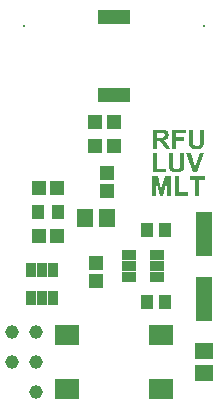
<source format=gts>
G04*
G04 #@! TF.GenerationSoftware,Altium Limited,Altium Designer,19.0.10 (269)*
G04*
G04 Layer_Color=8388736*
%FSLAX25Y25*%
%MOIN*%
G70*
G01*
G75*
%ADD28R,0.10800X0.04800*%
%ADD29R,0.04343X0.04737*%
%ADD30R,0.05328X0.06115*%
%ADD31R,0.04537X0.04537*%
%ADD32R,0.07887X0.07099*%
%ADD33R,0.03359X0.05131*%
%ADD34C,0.04537*%
%ADD35R,0.05524X0.14580*%
%ADD36R,0.05131X0.03359*%
%ADD37R,0.04537X0.04537*%
%ADD38R,0.06115X0.05328*%
%ADD39C,0.00800*%
G36*
X70003Y92126D02*
Y92121D01*
Y92115D01*
Y92098D01*
Y92076D01*
Y92015D01*
Y91938D01*
X69997Y91843D01*
Y91738D01*
X69991Y91616D01*
Y91488D01*
X69986Y91355D01*
X69975Y91222D01*
X69958Y90950D01*
X69947Y90822D01*
X69930Y90700D01*
X69914Y90595D01*
X69897Y90495D01*
Y90489D01*
X69892Y90472D01*
X69886Y90450D01*
X69875Y90417D01*
X69864Y90378D01*
X69847Y90328D01*
X69831Y90278D01*
X69808Y90217D01*
X69758Y90095D01*
X69686Y89956D01*
X69609Y89823D01*
X69509Y89695D01*
X69503Y89690D01*
X69498Y89679D01*
X69481Y89662D01*
X69459Y89640D01*
X69431Y89612D01*
X69392Y89584D01*
X69353Y89546D01*
X69309Y89507D01*
X69198Y89423D01*
X69070Y89335D01*
X68920Y89251D01*
X68754Y89174D01*
X68748D01*
X68732Y89168D01*
X68704Y89157D01*
X68671Y89146D01*
X68621Y89129D01*
X68565Y89113D01*
X68499Y89096D01*
X68426Y89079D01*
X68343Y89057D01*
X68249Y89040D01*
X68149Y89024D01*
X68038Y89013D01*
X67921Y88996D01*
X67799Y88990D01*
X67666Y88979D01*
X67439D01*
X67377Y88985D01*
X67300D01*
X67211Y88990D01*
X67117Y88996D01*
X67011Y89007D01*
X66900Y89018D01*
X66784Y89029D01*
X66556Y89068D01*
X66439Y89090D01*
X66334Y89118D01*
X66229Y89152D01*
X66134Y89190D01*
X66129D01*
X66112Y89201D01*
X66090Y89213D01*
X66057Y89229D01*
X66018Y89251D01*
X65973Y89274D01*
X65862Y89340D01*
X65746Y89418D01*
X65618Y89512D01*
X65496Y89618D01*
X65385Y89740D01*
X65379Y89745D01*
X65374Y89756D01*
X65357Y89773D01*
X65341Y89801D01*
X65318Y89829D01*
X65296Y89867D01*
X65241Y89956D01*
X65180Y90062D01*
X65119Y90184D01*
X65063Y90311D01*
X65024Y90450D01*
Y90456D01*
X65019Y90478D01*
X65013Y90506D01*
X65008Y90556D01*
X64996Y90611D01*
X64985Y90683D01*
X64974Y90761D01*
X64963Y90861D01*
X64952Y90966D01*
X64941Y91088D01*
X64930Y91222D01*
X64919Y91366D01*
X64913Y91521D01*
X64908Y91693D01*
X64902Y91877D01*
Y92071D01*
Y95490D01*
X66195D01*
Y92021D01*
Y92010D01*
Y91988D01*
Y91943D01*
Y91888D01*
Y91821D01*
Y91749D01*
X66201Y91666D01*
Y91577D01*
X66206Y91394D01*
X66212Y91222D01*
X66217Y91138D01*
X66223Y91066D01*
X66234Y91000D01*
X66240Y90950D01*
Y90944D01*
X66245Y90933D01*
X66251Y90911D01*
X66256Y90883D01*
X66267Y90850D01*
X66284Y90811D01*
X66323Y90722D01*
X66373Y90622D01*
X66439Y90517D01*
X66528Y90411D01*
X66634Y90317D01*
X66639D01*
X66650Y90306D01*
X66667Y90295D01*
X66689Y90278D01*
X66723Y90262D01*
X66761Y90245D01*
X66806Y90223D01*
X66856Y90200D01*
X66917Y90178D01*
X66978Y90156D01*
X67050Y90139D01*
X67128Y90123D01*
X67205Y90106D01*
X67294Y90095D01*
X67388Y90089D01*
X67488Y90084D01*
X67538D01*
X67577Y90089D01*
X67627D01*
X67677Y90095D01*
X67733Y90101D01*
X67799Y90112D01*
X67932Y90139D01*
X68071Y90178D01*
X68199Y90234D01*
X68260Y90267D01*
X68315Y90306D01*
X68321Y90311D01*
X68326Y90317D01*
X68360Y90345D01*
X68404Y90395D01*
X68460Y90461D01*
X68521Y90539D01*
X68571Y90639D01*
X68621Y90744D01*
X68648Y90861D01*
Y90866D01*
X68654Y90877D01*
Y90894D01*
X68660Y90922D01*
X68665Y90961D01*
X68671Y91005D01*
X68676Y91055D01*
X68682Y91122D01*
X68687Y91188D01*
X68693Y91272D01*
Y91360D01*
X68698Y91455D01*
X68704Y91566D01*
X68709Y91682D01*
Y91804D01*
Y91943D01*
Y95490D01*
X70003D01*
Y92126D01*
D02*
G37*
G36*
X63842Y94407D02*
X60745D01*
Y92892D01*
X63420D01*
Y91810D01*
X60745D01*
Y89090D01*
X59452D01*
Y95490D01*
X63842D01*
Y94407D01*
D02*
G37*
G36*
X55967Y95484D02*
X56061Y95478D01*
X56166Y95473D01*
X56283Y95467D01*
X56527Y95445D01*
X56777Y95417D01*
X56893Y95395D01*
X57004Y95373D01*
X57110Y95345D01*
X57204Y95312D01*
X57210D01*
X57227Y95306D01*
X57249Y95295D01*
X57282Y95279D01*
X57321Y95257D01*
X57365Y95234D01*
X57471Y95173D01*
X57593Y95084D01*
X57654Y95034D01*
X57715Y94979D01*
X57776Y94918D01*
X57837Y94851D01*
X57893Y94774D01*
X57948Y94696D01*
X57954Y94690D01*
X57959Y94674D01*
X57976Y94652D01*
X57992Y94618D01*
X58015Y94579D01*
X58037Y94529D01*
X58065Y94468D01*
X58092Y94407D01*
X58114Y94335D01*
X58142Y94257D01*
X58164Y94174D01*
X58187Y94085D01*
X58220Y93897D01*
X58226Y93797D01*
X58231Y93691D01*
Y93686D01*
Y93658D01*
Y93619D01*
X58226Y93569D01*
X58220Y93508D01*
X58209Y93436D01*
X58198Y93358D01*
X58175Y93270D01*
X58153Y93181D01*
X58126Y93081D01*
X58092Y92987D01*
X58053Y92881D01*
X58003Y92781D01*
X57942Y92687D01*
X57881Y92587D01*
X57804Y92498D01*
X57798Y92493D01*
X57781Y92476D01*
X57759Y92454D01*
X57726Y92426D01*
X57682Y92387D01*
X57626Y92343D01*
X57560Y92298D01*
X57487Y92248D01*
X57404Y92198D01*
X57310Y92149D01*
X57210Y92098D01*
X57093Y92054D01*
X56971Y92010D01*
X56838Y91971D01*
X56694Y91938D01*
X56544Y91910D01*
X56549D01*
X56560Y91899D01*
X56583Y91888D01*
X56616Y91865D01*
X56649Y91843D01*
X56688Y91816D01*
X56788Y91749D01*
X56893Y91671D01*
X57010Y91582D01*
X57127Y91477D01*
X57232Y91372D01*
X57238Y91366D01*
X57243Y91360D01*
X57260Y91338D01*
X57282Y91316D01*
X57310Y91283D01*
X57343Y91238D01*
X57382Y91194D01*
X57426Y91133D01*
X57476Y91066D01*
X57532Y90994D01*
X57593Y90905D01*
X57659Y90811D01*
X57732Y90706D01*
X57804Y90595D01*
X57887Y90467D01*
X57970Y90334D01*
X58753Y89090D01*
X57204D01*
X56272Y90483D01*
X56266Y90495D01*
X56250Y90517D01*
X56227Y90556D01*
X56189Y90606D01*
X56150Y90661D01*
X56105Y90728D01*
X56055Y90800D01*
X56000Y90877D01*
X55883Y91039D01*
X55772Y91194D01*
X55722Y91260D01*
X55673Y91327D01*
X55628Y91377D01*
X55589Y91421D01*
X55584Y91432D01*
X55556Y91455D01*
X55523Y91488D01*
X55473Y91527D01*
X55412Y91571D01*
X55351Y91616D01*
X55278Y91654D01*
X55201Y91688D01*
X55190Y91693D01*
X55162Y91699D01*
X55112Y91710D01*
X55045Y91727D01*
X54951Y91738D01*
X54840Y91749D01*
X54707Y91754D01*
X54635Y91760D01*
X54290D01*
Y89090D01*
X52997D01*
Y95490D01*
X55878D01*
X55967Y95484D01*
D02*
G37*
G36*
X67808Y81300D02*
X66420D01*
X64134Y87700D01*
X65532D01*
X67153Y82965D01*
X68718Y87700D01*
X70094D01*
X67808Y81300D01*
D02*
G37*
G36*
X63423Y84336D02*
Y84331D01*
Y84325D01*
Y84308D01*
Y84286D01*
Y84225D01*
Y84148D01*
X63418Y84053D01*
Y83948D01*
X63412Y83826D01*
Y83698D01*
X63406Y83565D01*
X63395Y83432D01*
X63379Y83160D01*
X63368Y83032D01*
X63351Y82910D01*
X63334Y82805D01*
X63318Y82705D01*
Y82699D01*
X63312Y82682D01*
X63306Y82660D01*
X63295Y82627D01*
X63284Y82588D01*
X63268Y82538D01*
X63251Y82488D01*
X63229Y82427D01*
X63179Y82305D01*
X63107Y82166D01*
X63029Y82033D01*
X62929Y81905D01*
X62924Y81900D01*
X62918Y81889D01*
X62901Y81872D01*
X62879Y81850D01*
X62851Y81822D01*
X62813Y81794D01*
X62774Y81756D01*
X62729Y81717D01*
X62618Y81633D01*
X62491Y81545D01*
X62341Y81461D01*
X62174Y81384D01*
X62169D01*
X62152Y81378D01*
X62124Y81367D01*
X62091Y81356D01*
X62041Y81339D01*
X61986Y81323D01*
X61919Y81306D01*
X61847Y81289D01*
X61764Y81267D01*
X61669Y81251D01*
X61569Y81234D01*
X61458Y81223D01*
X61342Y81206D01*
X61220Y81200D01*
X61086Y81189D01*
X60859D01*
X60798Y81195D01*
X60720D01*
X60631Y81200D01*
X60537Y81206D01*
X60432Y81217D01*
X60321Y81228D01*
X60204Y81239D01*
X59977Y81278D01*
X59860Y81300D01*
X59755Y81328D01*
X59649Y81362D01*
X59555Y81400D01*
X59549D01*
X59532Y81411D01*
X59510Y81423D01*
X59477Y81439D01*
X59438Y81461D01*
X59394Y81484D01*
X59283Y81550D01*
X59166Y81628D01*
X59039Y81722D01*
X58916Y81828D01*
X58806Y81950D01*
X58800Y81955D01*
X58794Y81966D01*
X58778Y81983D01*
X58761Y82011D01*
X58739Y82039D01*
X58717Y82077D01*
X58661Y82166D01*
X58600Y82272D01*
X58539Y82394D01*
X58484Y82521D01*
X58445Y82660D01*
Y82666D01*
X58439Y82688D01*
X58434Y82716D01*
X58428Y82766D01*
X58417Y82821D01*
X58406Y82893D01*
X58395Y82971D01*
X58384Y83071D01*
X58373Y83176D01*
X58362Y83298D01*
X58350Y83432D01*
X58339Y83576D01*
X58334Y83731D01*
X58328Y83903D01*
X58323Y84087D01*
Y84281D01*
Y87700D01*
X59616D01*
Y84231D01*
Y84220D01*
Y84197D01*
Y84153D01*
Y84098D01*
Y84031D01*
Y83959D01*
X59621Y83876D01*
Y83787D01*
X59627Y83604D01*
X59632Y83432D01*
X59638Y83348D01*
X59644Y83276D01*
X59655Y83210D01*
X59660Y83160D01*
Y83154D01*
X59666Y83143D01*
X59671Y83121D01*
X59677Y83093D01*
X59688Y83060D01*
X59705Y83021D01*
X59743Y82932D01*
X59793Y82832D01*
X59860Y82727D01*
X59949Y82621D01*
X60054Y82527D01*
X60060D01*
X60071Y82516D01*
X60088Y82505D01*
X60110Y82488D01*
X60143Y82472D01*
X60182Y82455D01*
X60226Y82433D01*
X60276Y82410D01*
X60337Y82388D01*
X60398Y82366D01*
X60470Y82349D01*
X60548Y82333D01*
X60626Y82316D01*
X60715Y82305D01*
X60809Y82299D01*
X60909Y82294D01*
X60959D01*
X60998Y82299D01*
X61048D01*
X61098Y82305D01*
X61153Y82310D01*
X61220Y82322D01*
X61353Y82349D01*
X61492Y82388D01*
X61619Y82444D01*
X61680Y82477D01*
X61736Y82516D01*
X61741Y82521D01*
X61747Y82527D01*
X61780Y82555D01*
X61825Y82605D01*
X61880Y82671D01*
X61941Y82749D01*
X61991Y82849D01*
X62041Y82954D01*
X62069Y83071D01*
Y83076D01*
X62074Y83087D01*
Y83104D01*
X62080Y83132D01*
X62085Y83171D01*
X62091Y83215D01*
X62097Y83265D01*
X62102Y83332D01*
X62108Y83398D01*
X62113Y83482D01*
Y83570D01*
X62119Y83665D01*
X62124Y83776D01*
X62130Y83892D01*
Y84014D01*
Y84153D01*
Y87700D01*
X63423D01*
Y84336D01*
D02*
G37*
G36*
X54199Y82383D02*
X57407D01*
Y81300D01*
X52906D01*
Y87650D01*
X54199D01*
Y82383D01*
D02*
G37*
G36*
X58897Y73510D02*
X57698D01*
X57693Y78544D01*
X56427Y73510D01*
X55184D01*
X53919Y78544D01*
Y73510D01*
X52720D01*
Y79910D01*
X54651D01*
X55811Y75542D01*
X56954Y79910D01*
X58897D01*
Y73510D01*
D02*
G37*
G36*
X70280Y78827D02*
X68388D01*
Y73510D01*
X67094D01*
Y78827D01*
X65196D01*
Y79910D01*
X70280D01*
Y78827D01*
D02*
G37*
G36*
X61517Y74593D02*
X64724D01*
Y73510D01*
X60224D01*
Y79860D01*
X61517D01*
Y74593D01*
D02*
G37*
%LPC*%
G36*
X55673Y94407D02*
X54290D01*
Y92781D01*
X55467D01*
X55550Y92787D01*
X55639D01*
X55739Y92792D01*
X55933Y92798D01*
X56033Y92809D01*
X56122Y92814D01*
X56211Y92826D01*
X56283Y92831D01*
X56350Y92848D01*
X56400Y92859D01*
X56411Y92864D01*
X56438Y92875D01*
X56483Y92892D01*
X56533Y92920D01*
X56594Y92959D01*
X56655Y93003D01*
X56710Y93059D01*
X56766Y93125D01*
X56771Y93136D01*
X56788Y93159D01*
X56810Y93203D01*
X56832Y93259D01*
X56855Y93331D01*
X56877Y93414D01*
X56893Y93503D01*
X56899Y93608D01*
Y93614D01*
Y93625D01*
Y93641D01*
Y93664D01*
X56888Y93719D01*
X56877Y93797D01*
X56855Y93875D01*
X56827Y93963D01*
X56783Y94052D01*
X56722Y94130D01*
X56716Y94141D01*
X56688Y94163D01*
X56649Y94196D01*
X56599Y94235D01*
X56527Y94280D01*
X56444Y94324D01*
X56350Y94357D01*
X56239Y94385D01*
X56222D01*
X56200Y94391D01*
X56150D01*
X56111Y94396D01*
X56006D01*
X55939Y94402D01*
X55778D01*
X55673Y94407D01*
D02*
G37*
%LPD*%
D28*
X40000Y133000D02*
D03*
Y107000D02*
D03*
D29*
X57150Y62000D02*
D03*
X50850D02*
D03*
X14654Y68000D02*
D03*
X21347D02*
D03*
X50850Y38000D02*
D03*
X57150D02*
D03*
D30*
X30358Y66000D02*
D03*
X37642D02*
D03*
D31*
X33701Y90000D02*
D03*
X40000D02*
D03*
Y98000D02*
D03*
X33701D02*
D03*
X14850Y76000D02*
D03*
X21150D02*
D03*
X14850Y60000D02*
D03*
X21150D02*
D03*
D32*
X24252Y26858D02*
D03*
X55748D02*
D03*
X24252Y9142D02*
D03*
X55748D02*
D03*
D33*
X12260Y39276D02*
D03*
X16000D02*
D03*
X19740D02*
D03*
Y48724D02*
D03*
X16000D02*
D03*
X12260D02*
D03*
D34*
X14000Y18000D02*
D03*
Y8000D02*
D03*
X6000Y18000D02*
D03*
X14000Y28000D02*
D03*
X6000D02*
D03*
D35*
X70000Y60827D02*
D03*
Y39173D02*
D03*
D36*
X44917Y53740D02*
D03*
Y50000D02*
D03*
Y46260D02*
D03*
X54366D02*
D03*
Y50000D02*
D03*
Y53740D02*
D03*
D37*
X37642Y74850D02*
D03*
Y81150D02*
D03*
X34000Y44850D02*
D03*
Y51150D02*
D03*
D38*
X70000Y21642D02*
D03*
Y14358D02*
D03*
D39*
Y130000D02*
D03*
X10000D02*
D03*
M02*

</source>
